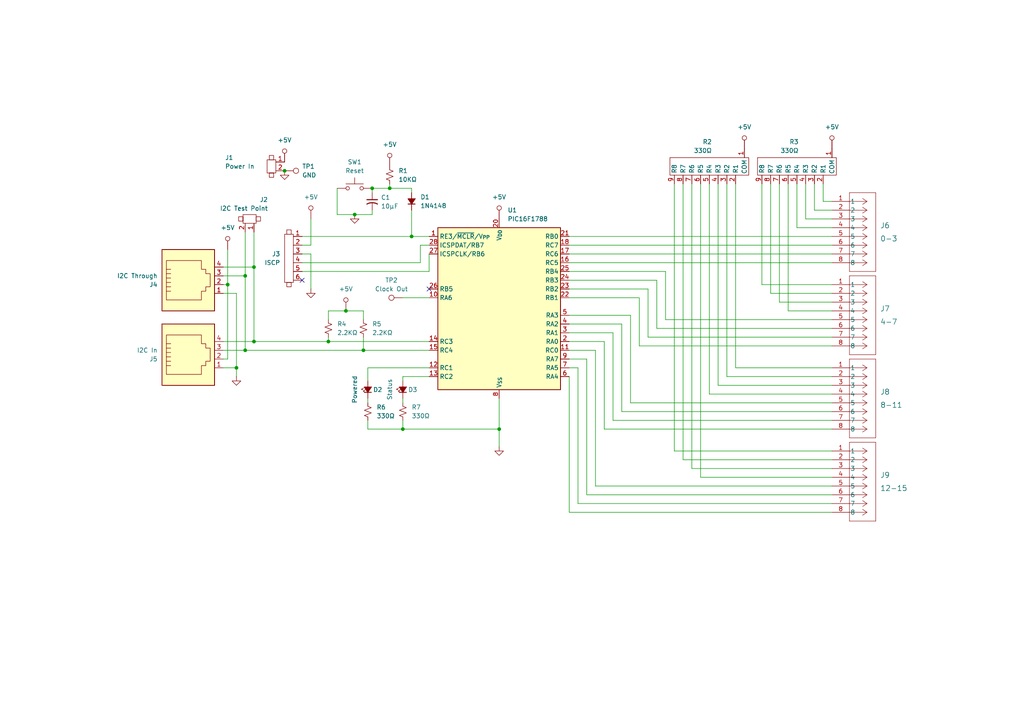
<source format=kicad_sch>
(kicad_sch (version 20250114) (generator "eeschema") (generator_version "9.0")
  (paper "A4")
  (lib_symbols
    (symbol "2_JB_Custom_sym:8PinMolexConn" (pin_names (offset 0.254))
      (property "Reference" "J" (at 8.89 6.35 0))
      (property "Value" "8PinMolexConn" (at 0 0 0))
      (symbol "8PinMolexConn_1_1"
        (polyline (pts (xy 5.08 2.54) (xy 5.08 -20.32)) (stroke (width 0.127)))
        (polyline (pts (xy 5.08 -20.32) (xy 12.7 -20.32)) (stroke (width 0.127)))
        (polyline (pts (xy 10.16 0) (xy 5.08 0)) (stroke (width 0.127)))
        (polyline (pts (xy 10.16 0) (xy 8.89 0.8467)) (stroke (width 0.127)))
        (polyline (pts (xy 10.16 0) (xy 8.89 -0.8467)) (stroke (width 0.127)))
        (polyline (pts (xy 10.16 -2.54) (xy 5.08 -2.54)) (stroke (width 0.127)))
        (polyline (pts (xy 10.16 -2.54) (xy 8.89 -1.6933)) (stroke (width 0.127)))
        (polyline (pts (xy 10.16 -2.54) (xy 8.89 -3.3867)) (stroke (width 0.127)))
        (polyline (pts (xy 10.16 -5.08) (xy 5.08 -5.08)) (stroke (width 0.127)))
        (polyline (pts (xy 10.16 -5.08) (xy 8.89 -4.2333)) (stroke (width 0.127)))
        (polyline (pts (xy 10.16 -5.08) (xy 8.89 -5.9267)) (stroke (width 0.127)))
        (polyline (pts (xy 10.16 -7.62) (xy 5.08 -7.62)) (stroke (width 0.127)))
        (polyline (pts (xy 10.16 -7.62) (xy 8.89 -6.7733)) (stroke (width 0.127)))
        (polyline (pts (xy 10.16 -7.62) (xy 8.89 -8.4667)) (stroke (width 0.127)))
        (polyline (pts (xy 10.16 -10.16) (xy 5.08 -10.16)) (stroke (width 0.127)))
        (polyline (pts (xy 10.16 -10.16) (xy 8.89 -9.3133)) (stroke (width 0.127)))
        (polyline (pts (xy 10.16 -10.16) (xy 8.89 -11.0067)) (stroke (width 0.127)))
        (polyline (pts (xy 10.16 -12.7) (xy 5.08 -12.7)) (stroke (width 0.127)))
        (polyline (pts (xy 10.16 -12.7) (xy 8.89 -11.8533)) (stroke (width 0.127)))
        (polyline (pts (xy 10.16 -12.7) (xy 8.89 -13.5467)) (stroke (width 0.127)))
        (polyline (pts (xy 10.16 -15.24) (xy 5.08 -15.24)) (stroke (width 0.127)))
        (polyline (pts (xy 10.16 -15.24) (xy 8.89 -14.3933)) (stroke (width 0.127)))
        (polyline (pts (xy 10.16 -15.24) (xy 8.89 -16.0867)) (stroke (width 0.127)))
        (polyline (pts (xy 10.16 -17.78) (xy 5.08 -17.78)) (stroke (width 0.127)))
        (polyline (pts (xy 10.16 -17.78) (xy 8.89 -16.9333)) (stroke (width 0.127)))
        (polyline (pts (xy 10.16 -17.78) (xy 8.89 -18.6267)) (stroke (width 0.127)))
        (polyline (pts (xy 12.7 2.54) (xy 5.08 2.54)) (stroke (width 0.127)))
        (polyline (pts (xy 12.7 -20.32) (xy 12.7 2.54)) (stroke (width 0.127)))
        (pin unspecified line (at 0 0 0) (length 5.08) (name "1") (number "1"))
        (pin unspecified line (at 0 -2.54 0) (length 5.08) (name "2") (number "2"))
        (pin unspecified line (at 0 -5.08 0) (length 5.08) (name "3") (number "3"))
        (pin unspecified line (at 0 -7.62 0) (length 5.08) (name "4") (number "4"))
        (pin unspecified line (at 0 -10.16 0) (length 5.08) (name "5") (number "5"))
        (pin unspecified line (at 0 -12.7 0) (length 5.08) (name "6") (number "6"))
        (pin unspecified line (at 0 -15.24 0) (length 5.08) (name "7") (number "7"))
        (pin unspecified line (at 0 -17.78 0) (length 5.08) (name "8") (number "8"))
      )
      (symbol "8PinMolexConn_1_2"
        (polyline (pts (xy 5.08 2.54) (xy 5.08 -20.32)) (stroke (width 0.127)))
        (polyline (pts (xy 5.08 -20.32) (xy 12.7 -20.32)) (stroke (width 0.127)))
        (polyline (pts (xy 7.62 0) (xy 5.08 0)) (stroke (width 0.127)))
        (polyline (pts (xy 7.62 0) (xy 8.89 0.8467)) (stroke (width 0.127)))
        (polyline (pts (xy 7.62 0) (xy 8.89 -0.8467)) (stroke (width 0.127)))
        (polyline (pts (xy 7.62 -2.54) (xy 5.08 -2.54)) (stroke (width 0.127)))
        (polyline (pts (xy 7.62 -2.54) (xy 8.89 -1.6933)) (stroke (width 0.127)))
        (polyline (pts (xy 7.62 -2.54) (xy 8.89 -3.3867)) (stroke (width 0.127)))
        (polyline (pts (xy 7.62 -5.08) (xy 5.08 -5.08)) (stroke (width 0.127)))
        (polyline (pts (xy 7.62 -5.08) (xy 8.89 -4.2333)) (stroke (width 0.127)))
        (polyline (pts (xy 7.62 -5.08) (xy 8.89 -5.9267)) (stroke (width 0.127)))
        (polyline (pts (xy 7.62 -7.62) (xy 5.08 -7.62)) (stroke (width 0.127)))
        (polyline (pts (xy 7.62 -7.62) (xy 8.89 -6.7733)) (stroke (width 0.127)))
        (polyline (pts (xy 7.62 -7.62) (xy 8.89 -8.4667)) (stroke (width 0.127)))
        (polyline (pts (xy 7.62 -10.16) (xy 5.08 -10.16)) (stroke (width 0.127)))
        (polyline (pts (xy 7.62 -10.16) (xy 8.89 -9.3133)) (stroke (width 0.127)))
        (polyline (pts (xy 7.62 -10.16) (xy 8.89 -11.0067)) (stroke (width 0.127)))
        (polyline (pts (xy 7.62 -12.7) (xy 5.08 -12.7)) (stroke (width 0.127)))
        (polyline (pts (xy 7.62 -12.7) (xy 8.89 -11.8533)) (stroke (width 0.127)))
        (polyline (pts (xy 7.62 -12.7) (xy 8.89 -13.5467)) (stroke (width 0.127)))
        (polyline (pts (xy 7.62 -15.24) (xy 5.08 -15.24)) (stroke (width 0.127)))
        (polyline (pts (xy 7.62 -15.24) (xy 8.89 -14.3933)) (stroke (width 0.127)))
        (polyline (pts (xy 7.62 -15.24) (xy 8.89 -16.0867)) (stroke (width 0.127)))
        (polyline (pts (xy 7.62 -17.78) (xy 5.08 -17.78)) (stroke (width 0.127)))
        (polyline (pts (xy 7.62 -17.78) (xy 8.89 -16.9333)) (stroke (width 0.127)))
        (polyline (pts (xy 7.62 -17.78) (xy 8.89 -18.6267)) (stroke (width 0.127)))
        (polyline (pts (xy 12.7 2.54) (xy 5.08 2.54)) (stroke (width 0.127)))
        (polyline (pts (xy 12.7 -20.32) (xy 12.7 2.54)) (stroke (width 0.127)))
        (pin unspecified line (at 0 0 0) (length 5.08) (name "1") (number "1"))
        (pin unspecified line (at 0 -2.54 0) (length 5.08) (name "2") (number "2"))
        (pin unspecified line (at 0 -5.08 0) (length 5.08) (name "3") (number "3"))
        (pin unspecified line (at 0 -7.62 0) (length 5.08) (name "4") (number "4"))
        (pin unspecified line (at 0 -10.16 0) (length 5.08) (name "5") (number "5"))
        (pin unspecified line (at 0 -12.7 0) (length 5.08) (name "6") (number "6"))
        (pin unspecified line (at 0 -15.24 0) (length 5.08) (name "7") (number "7"))
        (pin unspecified line (at 0 -17.78 0) (length 5.08) (name "8") (number "8"))
      )
    )
    (symbol "2_JB_Custom_sym:In-Line-R-Pack"
      (property "Reference" "R" (at 7.62 -9.144 0))
      (symbol "In-Line-R-Pack_0_1"
        (rectangle (start -3.81 -2.54) (end 19.05 -7.62))
      )
      (symbol "In-Line-R-Pack_1_1"
        (pin input line (at -2.54 -10.16 90) (length 2.54) (name "COM") (number "1"))
        (pin output line (at 0 0 270) (length 2.54) (name "R1") (number "2"))
        (pin output line (at 2.54 0 270) (length 2.54) (name "R2") (number "3"))
        (pin output line (at 5.08 0 270) (length 2.54) (name "R3") (number "4"))
        (pin output line (at 7.62 0 270) (length 2.54) (name "R4") (number "5"))
        (pin output line (at 10.16 0 270) (length 2.54) (name "R5") (number "6"))
        (pin output line (at 12.7 0 270) (length 2.54) (name "R6") (number "7"))
        (pin output line (at 15.24 0 270) (length 2.54) (name "R7") (number "8"))
        (pin output line (at 17.78 0 270) (length 2.54) (name "R8") (number "9"))
      )
    )
    (symbol "2_JB_Custom_sym:Jumper_2_Pin"
      (property "Reference" "J" (at 0 13.208 0))
      (symbol "Jumper_2_Pin_0_1"
        (rectangle (start -1.27 9.525) (end 1.27 5.715))
        (rectangle (start -0.635 10.795) (end 0.635 9.525))
        (rectangle (start -0.635 5.715) (end 0.635 5.715))
        (rectangle (start 0.635 4.445) (end -0.635 5.715))
      )
      (symbol "Jumper_2_Pin_1_1"
        (pin passive line (at -3.81 8.89 0) (length 2.54) (name "~") (number "1"))
        (pin passive line (at -3.81 6.35 0) (length 2.54) (name "~") (number "2"))
      )
    )
    (symbol "2_JB_Custom_sym:Jumper_6_Pin"
      (property "Reference" "J" (at 0 0 0))
      (symbol "Jumper_6_Pin_0_1"
        (rectangle (start 0 -3.175) (end 2.54 -17.145))
        (rectangle (start 0.635 -1.905) (end 1.905 -3.175))
        (rectangle (start 0.635 -17.145) (end 1.905 -18.415))
      )
      (symbol "Jumper_6_Pin_1_1"
        (pin passive line (at -2.54 -3.81 0) (length 2.54) (name "~") (number "1"))
        (pin passive line (at -2.54 -6.35 0) (length 2.54) (name "~") (number "2"))
        (pin passive line (at -2.54 -8.89 0) (length 2.54) (name "~") (number "3"))
        (pin passive line (at -2.54 -11.43 0) (length 2.54) (name "~") (number "4"))
        (pin passive line (at -2.54 -13.97 0) (length 2.54) (name "~") (number "5"))
        (pin passive line (at -2.54 -16.51 0) (length 2.54) (name "~") (number "6"))
      )
    )
    (symbol "2_JB_Custom_sym:VCC"
      (property "Value" "+5V" (at 0 5.588 0))
      (symbol "VCC_0_1"
        (circle (center 0 3.175) (radius 0.635))
      )
      (symbol "VCC_1_1"
        (pin power_in line (at 0 0 90) (length 2.54) (name "~") (number ""))
      )
    )
    (symbol "Connector:TestPoint" (pin_numbers (hide yes)) (pin_names (offset 0.762) (hide yes))
      (property "Reference" "TP" (at 0 6.858 0))
      (property "Value" "TestPoint" (at 0 5.08 0))
      (symbol "TestPoint_0_1"
        (circle (center 0 3.302) (radius 0.762))
      )
      (symbol "TestPoint_1_1"
        (pin passive line (at 0 0 90) (length 2.54) (name "1") (number "1"))
      )
    )
    (symbol "Device:C_Small_US" (pin_numbers (hide yes)) (pin_names (offset 0.254) (hide yes))
      (property "Reference" "C" (at 0.254 1.778 0))
      (property "Value" "C_Small_US" (at 0.254 -2.032 0))
      (symbol "C_Small_US_0_1"
        (polyline (pts (xy -1.524 0.508) (xy 1.524 0.508)) (stroke (width 0.3048)))
        (arc (start -1.524 -0.762) (mid 0 -0.3734) (end 1.524 -0.762) (stroke (width 0.3048)))
      )
      (symbol "C_Small_US_1_1"
        (pin passive line (at 0 2.54 270) (length 2.032) (name "~") (number "1"))
        (pin passive line (at 0 -2.54 90) (length 2.032) (name "~") (number "2"))
      )
    )
    (symbol "Device:D_Small_Filled" (pin_numbers (hide yes)) (pin_names (offset 0.254) (hide yes))
      (property "Reference" "D" (at -1.27 2.032 0))
      (property "Value" "D_Small_Filled" (at -3.81 -2.032 0))
      (symbol "D_Small_Filled_0_1"
        (polyline (pts (xy -0.762 0) (xy 0.762 0)))
        (polyline (pts (xy -0.762 -1.016) (xy -0.762 1.016)) (stroke (width 0.254)))
        (polyline (pts (xy 0.762 -1.016) (xy -0.762 0) (xy 0.762 1.016) (xy 0.762 -1.016)) (stroke (width 0.254)) (fill (type outline)))
      )
      (symbol "D_Small_Filled_1_1"
        (pin passive line (at -2.54 0 0) (length 1.778) (name "K") (number "1"))
        (pin passive line (at 2.54 0 180) (length 1.778) (name "A") (number "2"))
      )
    )
    (symbol "Device:LED_Small_Filled" (pin_numbers (hide yes)) (pin_names (offset 0.254) (hide yes))
      (property "Reference" "D" (at -1.27 3.175 0))
      (property "Value" "LED_Small_Filled" (at -4.445 -2.54 0))
      (symbol "LED_Small_Filled_0_1"
        (polyline (pts (xy -0.762 -1.016) (xy -0.762 1.016)) (stroke (width 0.254)))
        (polyline (pts (xy 0 0.762) (xy -0.508 1.27) (xy -0.254 1.27) (xy -0.508 1.27) (xy -0.508 1.016)))
        (polyline (pts (xy 0.508 1.27) (xy 0 1.778) (xy 0.254 1.778) (xy 0 1.778) (xy 0 1.524)))
        (polyline (pts (xy 0.762 -1.016) (xy -0.762 0) (xy 0.762 1.016) (xy 0.762 -1.016)) (stroke (width 0.254)) (fill (type outline)))
        (polyline (pts (xy 1.016 0) (xy -0.762 0)))
      )
      (symbol "LED_Small_Filled_1_1"
        (pin passive line (at -2.54 0 0) (length 1.778) (name "K") (number "1"))
        (pin passive line (at 2.54 0 180) (length 1.778) (name "A") (number "2"))
      )
    )
    (symbol "Device:R_Small_US" (pin_numbers (hide yes)) (pin_names (offset 0.254) (hide yes))
      (property "Reference" "R" (at 0.762 0.508 0))
      (property "Value" "R_Small_US" (at 0.762 -1.016 0))
      (symbol "R_Small_US_1_1"
        (polyline (pts (xy 0 1.524) (xy 1.016 1.143) (xy 0 0.762) (xy -1.016 0.381) (xy 0 0)))
        (polyline (pts (xy 0 0) (xy 1.016 -0.381) (xy 0 -0.762) (xy -1.016 -1.143) (xy 0 -1.524)))
        (pin passive line (at 0 2.54 270) (length 1.016) (name "~") (number "1"))
        (pin passive line (at 0 -2.54 90) (length 1.016) (name "~") (number "2"))
      )
    )
    (symbol "MCU_Microchip_PIC16:PIC16F1786-xML"
      (property "Reference" "U1" (at 2.4463 27.94 0))
      (property "Value" "PIC16F1788" (at 2.4463 25.4 0))
      (symbol "PIC16F1786-xML_0_1"
        (rectangle (start -17.78 22.86) (end 17.78 -24.13) (stroke (width 0.254)) (fill (type background)))
      )
      (symbol "PIC16F1786-xML_1_1"
        (pin input line (at -20.32 20.32 0) (length 2.54) (name "RE3/~{MCLR}/V_{PP}") (number "1"))
        (pin bidirectional line (at -20.32 17.78 0) (length 2.54) (name "ICSPDAT/RB7") (number "28"))
        (pin bidirectional line (at -20.32 15.24 0) (length 2.54) (name "ICSPCLK/RB6") (number "27"))
        (pin bidirectional line (at -20.32 5.08 0) (length 2.54) (name "RB5") (number "26"))
        (pin bidirectional line (at -20.32 2.54 0) (length 2.54) (name "RA6") (number "10"))
        (pin bidirectional line (at -20.32 -10.16 0) (length 2.54) (name "RC3") (number "14"))
        (pin bidirectional line (at -20.32 -12.7 0) (length 2.54) (name "RC4") (number "15"))
        (pin bidirectional line (at -20.32 -17.78 0) (length 2.54) (name "RC1") (number "12"))
        (pin bidirectional line (at -20.32 -20.32 0) (length 2.54) (name "RC2") (number "13"))
        (pin power_in line (at 0 25.4 270) (length 2.54) (name "V_{DD}") (number "20"))
        (pin passive line (at 0 -26.67 90) (length 2.54) (hide yes) (name "V_{SS}") (number "19"))
        (pin power_in line (at 0 -26.67 90) (length 2.54) (name "V_{SS}") (number "8"))
        (pin bidirectional line (at 20.32 20.32 180) (length 2.54) (name "RB0") (number "21"))
        (pin bidirectional line (at 20.32 17.78 180) (length 2.54) (name "RC7") (number "18"))
        (pin bidirectional line (at 20.32 15.24 180) (length 2.54) (name "RC6") (number "17"))
        (pin bidirectional line (at 20.32 12.7 180) (length 2.54) (name "RC5") (number "16"))
        (pin bidirectional line (at 20.32 10.16 180) (length 2.54) (name "RB4") (number "25"))
        (pin bidirectional line (at 20.32 7.62 180) (length 2.54) (name "RB3") (number "24"))
        (pin bidirectional line (at 20.32 5.08 180) (length 2.54) (name "RB2") (number "23"))
        (pin bidirectional line (at 20.32 2.54 180) (length 2.54) (name "RB1") (number "22"))
        (pin bidirectional line (at 20.32 -2.54 180) (length 2.54) (name "RA3") (number "5"))
        (pin bidirectional line (at 20.32 -5.08 180) (length 2.54) (name "RA2") (number "4"))
        (pin bidirectional line (at 20.32 -7.62 180) (length 2.54) (name "RA1") (number "3"))
        (pin bidirectional line (at 20.32 -10.16 180) (length 2.54) (name "RA0") (number "2"))
        (pin bidirectional line (at 20.32 -12.7 180) (length 2.54) (name "RC0") (number "11"))
        (pin bidirectional line (at 20.32 -15.24 180) (length 2.54) (name "RA7") (number "9"))
        (pin bidirectional line (at 20.32 -17.78 180) (length 2.54) (name "RA5") (number "7"))
        (pin bidirectional line (at 20.32 -20.32 180) (length 2.54) (name "RA4") (number "6"))
      )
    )
    (symbol "RJ11_2" (pin_names (offset 1.016))
      (property "Reference" "J4" (at -8.89 0 0))
      (property "Value" "I2C Through" (at -8.89 2.54 0))
      (symbol "RJ11_2_0_1"
        (polyline (pts (xy -6.35 3.175) (xy -5.08 3.175) (xy -5.08 3.175)))
        (polyline (pts (xy -6.35 1.905) (xy -5.08 1.905) (xy -5.08 1.905)))
        (polyline (pts (xy -6.35 0.635) (xy -5.08 0.635) (xy -5.08 0.635)))
        (polyline (pts (xy -6.35 -0.635) (xy -5.08 -0.635) (xy -5.08 -0.635)))
        (polyline (pts (xy -6.35 -1.905) (xy -5.08 -1.905) (xy -5.08 -1.905)))
        (polyline (pts (xy -6.35 -4.445) (xy -6.35 6.985) (xy 3.81 6.985) (xy 3.81 4.445) (xy 5.08 4.445) (xy 5.08 3.175) (xy 6.35 3.175) (xy 6.35 -0.635) (xy 5.08 -0.635) (xy 5.08 -1.905) (xy 3.81 -1.905) (xy 3.81 -4.445) (xy -6.35 -4.445) (xy -6.35 -4.445)))
        (polyline (pts (xy -5.08 4.445) (xy -6.35 4.445) (xy -6.35 4.445)))
        (rectangle (start 7.62 10.16) (end -7.62 -7.62) (stroke (width 0.254)) (fill (type background)))
      )
      (symbol "RJ11_2_1_1"
        (pin passive line (at 10.16 5.08 180) (length 2.54) (name "~") (number "4"))
        (pin passive line (at 10.16 2.54 180) (length 2.54) (name "~") (number "3"))
        (pin passive line (at 10.16 0 180) (length 2.54) (name "~") (number "2"))
        (pin passive line (at 10.16 -2.54 180) (length 2.54) (name "") (number "1"))
      )
    )
    (symbol "Switch:SW_Push" (pin_numbers (hide yes)) (pin_names (offset 1.016) (hide yes))
      (property "Reference" "SW" (at 1.27 2.54 0))
      (property "Value" "SW_Push" (at 0 -1.524 0))
      (symbol "SW_Push_0_1"
        (circle (center -2.032 0) (radius 0.508))
        (polyline (pts (xy 0 1.27) (xy 0 3.048)))
        (circle (center 2.032 0) (radius 0.508))
        (polyline (pts (xy 2.54 1.27) (xy -2.54 1.27)))
        (pin passive line (at -5.08 0 0) (length 2.54) (name "1") (number "1"))
        (pin passive line (at 5.08 0 180) (length 2.54) (name "2") (number "2"))
      )
    )
    (symbol "power:GND" (power) (pin_numbers (hide yes)) (pin_names (offset 0) (hide yes))
      (property "Value" "GND" (at 0 -3.81 0))
      (symbol "GND_0_1"
        (polyline (pts (xy 0 0) (xy 0 -1.27) (xy 1.27 -1.27) (xy 0 -2.54) (xy -1.27 -1.27) (xy 0 -1.27)))
      )
      (symbol "GND_1_1"
        (pin power_in line (at 0 0 270) (length 0) (name "~") (number "1"))
      )
    )
  )
  (junction (at 113.03 54.61))
  (junction (at 107.95 54.61))
  (junction (at 71.12 101.6))
  (junction (at 73.66 99.06))
  (junction (at 73.66 77.47))
  (junction (at 105.41 101.6))
  (junction (at 119.38 68.58))
  (junction (at 68.58 106.68))
  (junction (at 71.12 80.01))
  (junction (at 100.33 90.17))
  (junction (at 66.04 82.55))
  (junction (at 102.87 62.23))
  (junction (at 144.78 124.46))
  (junction (at 95.25 99.06))
  (junction (at 82.55 49.53))
  (junction (at 116.84 124.46))
  (no_connect (at 124.46 83.82))
  (no_connect (at 87.63 81.28))
  (wire (pts (xy 107.95 62.23) (xy 107.95 60.96)))
  (wire (pts (xy 241.3 58.42) (xy 238.76 58.42)))
  (wire (pts (xy 213.36 53.34) (xy 213.36 106.68)))
  (wire (pts (xy 236.22 53.34) (xy 236.22 60.96)))
  (wire (pts (xy 68.58 109.22) (xy 68.58 106.68)))
  (wire (pts (xy 116.84 116.84) (xy 116.84 115.57)))
  (wire (pts (xy 66.04 104.14) (xy 66.04 82.55)))
  (wire (pts (xy 106.68 124.46) (xy 116.84 124.46)))
  (wire (pts (xy 241.3 92.71) (xy 193.04 92.71)))
  (wire (pts (xy 116.84 121.92) (xy 116.84 124.46)))
  (wire (pts (xy 95.25 97.79) (xy 95.25 99.06)))
  (wire (pts (xy 68.58 85.09) (xy 68.58 106.68)))
  (wire (pts (xy 90.17 83.82) (xy 90.17 73.66)))
  (wire (pts (xy 97.79 54.61) (xy 97.79 62.23)))
  (wire (pts (xy 124.46 106.68) (xy 106.68 106.68)))
  (wire (pts (xy 106.68 121.92) (xy 106.68 124.46)))
  (wire (pts (xy 182.88 116.84) (xy 182.88 91.44)))
  (wire (pts (xy 198.12 133.35) (xy 241.3 133.35)))
  (wire (pts (xy 165.1 76.2) (xy 241.3 76.2)))
  (wire (pts (xy 205.74 114.3) (xy 241.3 114.3)))
  (wire (pts (xy 105.41 92.71) (xy 105.41 90.17)))
  (wire (pts (xy 116.84 109.22) (xy 124.46 109.22)))
  (wire (pts (xy 187.96 83.82) (xy 165.1 83.82)))
  (wire (pts (xy 182.88 91.44) (xy 165.1 91.44)))
  (wire (pts (xy 231.14 53.34) (xy 231.14 66.04)))
  (wire (pts (xy 228.6 90.17) (xy 228.6 53.34)))
  (wire (pts (xy 172.72 101.6) (xy 165.1 101.6)))
  (wire (pts (xy 73.66 77.47) (xy 73.66 99.06)))
  (wire (pts (xy 200.66 135.89) (xy 200.66 53.34)))
  (wire (pts (xy 231.14 66.04) (xy 241.3 66.04)))
  (wire (pts (xy 193.04 78.74) (xy 165.1 78.74)))
  (wire (pts (xy 185.42 86.36) (xy 165.1 86.36)))
  (wire (pts (xy 203.2 138.43) (xy 241.3 138.43)))
  (wire (pts (xy 68.58 106.68) (xy 64.77 106.68)))
  (wire (pts (xy 71.12 80.01) (xy 71.12 101.6)))
  (wire (pts (xy 187.96 83.82) (xy 187.96 97.79)))
  (wire (pts (xy 102.87 62.23) (xy 107.95 62.23)))
  (wire (pts (xy 64.77 104.14) (xy 66.04 104.14)))
  (wire (pts (xy 165.1 99.06) (xy 175.26 99.06)))
  (wire (pts (xy 119.38 54.61) (xy 113.03 54.61)))
  (wire (pts (xy 165.1 109.22) (xy 165.1 148.59)))
  (wire (pts (xy 73.66 99.06) (xy 95.25 99.06)))
  (wire (pts (xy 195.58 130.81) (xy 195.58 53.34)))
  (wire (pts (xy 165.1 148.59) (xy 241.3 148.59)))
  (wire (pts (xy 95.25 92.71) (xy 95.25 90.17)))
  (wire (pts (xy 116.84 86.36) (xy 124.46 86.36)))
  (wire (pts (xy 226.06 87.63) (xy 241.3 87.63)))
  (wire (pts (xy 165.1 71.12) (xy 241.3 71.12)))
  (wire (pts (xy 124.46 71.12) (xy 121.92 71.12)))
  (wire (pts (xy 106.68 116.84) (xy 106.68 115.57)))
  (wire (pts (xy 90.17 71.12) (xy 87.63 71.12)))
  (wire (pts (xy 185.42 86.36) (xy 185.42 100.33)))
  (wire (pts (xy 241.3 90.17) (xy 228.6 90.17)))
  (wire (pts (xy 170.18 143.51) (xy 241.3 143.51)))
  (wire (pts (xy 208.28 111.76) (xy 208.28 53.34)))
  (wire (pts (xy 175.26 124.46) (xy 241.3 124.46)))
  (wire (pts (xy 64.77 101.6) (xy 71.12 101.6)))
  (wire (pts (xy 220.98 53.34) (xy 220.98 82.55)))
  (wire (pts (xy 87.63 78.74) (xy 124.46 78.74)))
  (wire (pts (xy 64.77 77.47) (xy 73.66 77.47)))
  (wire (pts (xy 241.3 146.05) (xy 167.64 146.05)))
  (wire (pts (xy 205.74 53.34) (xy 205.74 114.3)))
  (wire (pts (xy 121.92 76.2) (xy 87.63 76.2)))
  (wire (pts (xy 105.41 90.17) (xy 100.33 90.17)))
  (wire (pts (xy 64.77 85.09) (xy 68.58 85.09)))
  (wire (pts (xy 185.42 100.33) (xy 241.3 100.33)))
  (wire (pts (xy 71.12 101.6) (xy 105.41 101.6)))
  (wire (pts (xy 119.38 55.88) (xy 119.38 54.61)))
  (wire (pts (xy 190.5 95.25) (xy 241.3 95.25)))
  (wire (pts (xy 97.79 62.23) (xy 102.87 62.23)))
  (wire (pts (xy 172.72 101.6) (xy 172.72 140.97)))
  (wire (pts (xy 144.78 124.46) (xy 144.78 115.57)))
  (wire (pts (xy 87.63 68.58) (xy 119.38 68.58)))
  (wire (pts (xy 241.3 97.79) (xy 187.96 97.79)))
  (wire (pts (xy 167.64 106.68) (xy 167.64 146.05)))
  (wire (pts (xy 90.17 73.66) (xy 87.63 73.66)))
  (wire (pts (xy 119.38 68.58) (xy 124.46 68.58)))
  (wire (pts (xy 105.41 101.6) (xy 124.46 101.6)))
  (wire (pts (xy 170.18 104.14) (xy 165.1 104.14)))
  (wire (pts (xy 198.12 53.34) (xy 198.12 133.35)))
  (wire (pts (xy 64.77 80.01) (xy 71.12 80.01)))
  (wire (pts (xy 107.95 54.61) (xy 113.03 54.61)))
  (wire (pts (xy 241.3 109.22) (xy 210.82 109.22)))
  (wire (pts (xy 165.1 73.66) (xy 241.3 73.66)))
  (wire (pts (xy 177.8 96.52) (xy 165.1 96.52)))
  (wire (pts (xy 241.3 63.5) (xy 233.68 63.5)))
  (wire (pts (xy 236.22 60.96) (xy 241.3 60.96)))
  (wire (pts (xy 233.68 63.5) (xy 233.68 53.34)))
  (wire (pts (xy 105.41 97.79) (xy 105.41 101.6)))
  (wire (pts (xy 95.25 99.06) (xy 124.46 99.06)))
  (wire (pts (xy 107.95 54.61) (xy 107.95 55.88)))
  (wire (pts (xy 175.26 99.06) (xy 175.26 124.46)))
  (wire (pts (xy 73.66 67.31) (xy 73.66 77.47)))
  (wire (pts (xy 121.92 71.12) (xy 121.92 76.2)))
  (wire (pts (xy 193.04 92.71) (xy 193.04 78.74)))
  (wire (pts (xy 238.76 58.42) (xy 238.76 53.34)))
  (wire (pts (xy 71.12 67.31) (xy 71.12 80.01)))
  (wire (pts (xy 241.3 116.84) (xy 182.88 116.84)))
  (wire (pts (xy 165.1 68.58) (xy 241.3 68.58)))
  (wire (pts (xy 241.3 135.89) (xy 200.66 135.89)))
  (wire (pts (xy 210.82 53.34) (xy 210.82 109.22)))
  (wire (pts (xy 177.8 121.92) (xy 177.8 96.52)))
  (wire (pts (xy 66.04 82.55) (xy 64.77 82.55)))
  (wire (pts (xy 124.46 78.74) (xy 124.46 73.66)))
  (wire (pts (xy 165.1 81.28) (xy 190.5 81.28)))
  (wire (pts (xy 119.38 60.96) (xy 119.38 68.58)))
  (wire (pts (xy 90.17 63.5) (xy 90.17 71.12)))
  (wire (pts (xy 220.98 82.55) (xy 241.3 82.55)))
  (wire (pts (xy 180.34 119.38) (xy 241.3 119.38)))
  (wire (pts (xy 113.03 53.34) (xy 113.03 54.61)))
  (wire (pts (xy 241.3 121.92) (xy 177.8 121.92)))
  (wire (pts (xy 190.5 81.28) (xy 190.5 95.25)))
  (wire (pts (xy 106.68 106.68) (xy 106.68 110.49)))
  (wire (pts (xy 116.84 124.46) (xy 144.78 124.46)))
  (wire (pts (xy 203.2 53.34) (xy 203.2 138.43)))
  (wire (pts (xy 165.1 93.98) (xy 180.34 93.98)))
  (wire (pts (xy 64.77 99.06) (xy 73.66 99.06)))
  (wire (pts (xy 241.3 130.81) (xy 195.58 130.81)))
  (wire (pts (xy 223.52 85.09) (xy 223.52 53.34)))
  (wire (pts (xy 66.04 72.39) (xy 66.04 82.55)))
  (wire (pts (xy 95.25 90.17) (xy 100.33 90.17)))
  (wire (pts (xy 241.3 85.09) (xy 223.52 85.09)))
  (wire (pts (xy 208.28 111.76) (xy 241.3 111.76)))
  (wire (pts (xy 213.36 106.68) (xy 241.3 106.68)))
  (wire (pts (xy 180.34 93.98) (xy 180.34 119.38)))
  (wire (pts (xy 226.06 53.34) (xy 226.06 87.63)))
  (wire (pts (xy 167.64 106.68) (xy 165.1 106.68)))
  (wire (pts (xy 170.18 104.14) (xy 170.18 143.51)))
  (wire (pts (xy 241.3 140.97) (xy 172.72 140.97)))
  (wire (pts (xy 116.84 109.22) (xy 116.84 110.49)))
  (wire (pts (xy 144.78 129.54) (xy 144.78 124.46)))
  (symbol (lib_id "Connector:TestPoint") (at 116.84 86.36 90) (unit 1)
    (property "Reference" "TP2" (at 113.538 81.28 90))
    (property "Value" "Clock Out" (at 113.538 83.82 90))
    (property "Footprint" "2JB_Footprints:1X1_100mil_Header" (effects (hide yes)))
    (property "Description" "test point" (effects (hide yes)))
  )
  (symbol (lib_id "Device:R_Small_US") (at 116.84 119.38 0) (unit 1)
    (property "Reference" "R7" (at 119.38 118.11 0) (effects (justify left)))
    (property "Value" "330Ω" (at 119.38 120.65 0) (effects (justify left)))
    (property "Footprint" "2JB_Footprints:C_0805" (effects (hide yes)))
    (property "Description" "Resistor, small US symbol" (effects (hide yes)))
  )
  (symbol (lib_id "Device:R_Small_US") (at 113.03 50.8 0) (unit 1)
    (property "Reference" "R1" (at 115.57 49.53 0) (effects (justify left)))
    (property "Value" "10KΩ" (at 115.57 52.07 0) (effects (justify left)))
    (property "Footprint" "2JB_Footprints:C_0805" (effects (hide yes)))
    (property "Description" "Resistor, small US symbol" (effects (hide yes)))
  )
  (symbol (lib_id "Connector:TestPoint") (at 82.55 49.53 270) (unit 1)
    (property "Reference" "TP1" (at 87.63 48.26 90) (effects (justify left)))
    (property "Value" "GND" (at 87.63 50.8 90) (effects (justify left)))
    (property "Footprint" "2JB_Footprints:1X1_100mil_Header" (effects (hide yes)))
    (property "Description" "test point" (effects (hide yes)))
  )
  (symbol (lib_id "power:GND") (at 102.87 62.23 0) (mirror y) (unit 1)
    (property "Reference" "#PWR013" (effects (hide yes)))
    (property "Value" "GND" (effects (hide yes)))
    (property "Description" "Power symbol creates a global label with name \"GND\" , ground" (effects (hide yes)))
  )
  (symbol (lib_id "Device:D_Small_Filled") (at 119.38 58.42 90) (unit 1)
    (property "Reference" "D1" (at 121.92 57.15 90) (effects (justify right)))
    (property "Value" "1N4148" (at 121.92 59.69 90) (effects (justify right)))
    (property "Footprint" "2JB_Footprints:D_0805" (effects (hide yes)))
    (property "Description" "Diode, small symbol, filled shape" (effects (hide yes)))
    (property "Sim.Device" "D" (effects (hide yes)))
    (property "Sim.Pins" "1=K 2=A" (effects (hide yes)))
  )
  (symbol (lib_name "RJ11_2") (lib_id "Connector:RJ11") (at 54.61 82.55 0) (unit 1)
    (property "Reference" "J4" (at 45.72 82.55 0) (effects (justify right)))
    (property "Value" "I2C Through" (at 45.72 80.01 0) (effects (justify right)))
    (property "Footprint" "2JB_Footprints:RJ11" (effects (hide yes)))
    (property "Description" "RJ connector, 6P4C (6 positions 4 connected)" (effects (hide yes)))
  )
  (symbol (lib_id "2_JB_Custom_sym:VCC") (at 113.03 48.26 0) (unit 1)
    (property "Reference" "#PWR3" (effects (hide yes)))
    (property "Value" "+5V" (at 113.03 41.91 0))
  )
  (symbol (lib_id "2_JB_Custom_sym:VCC") (at 66.04 72.39 0) (mirror y) (unit 1)
    (property "Reference" "#PWR8" (effects (hide yes)))
    (property "Value" "+5V" (at 66.04 66.04 0))
  )
  (symbol (lib_id "Device:R_Small_US") (at 105.41 95.25 0) (unit 1)
    (property "Reference" "R5" (at 107.95 93.98 0) (effects (justify left)))
    (property "Value" "2.2KΩ" (at 107.95 96.52 0) (effects (justify left)))
    (property "Footprint" "2JB_Footprints:C_0805" (effects (hide yes)))
    (property "Description" "Resistor, small US symbol" (effects (hide yes)))
  )
  (symbol (lib_id "2_JB_Custom_sym:In-Line-R-Pack") (at 238.76 53.34 180) (unit 1)
    (property "Reference" "R3" (at 231.648 41.148 0) (effects (justify left)))
    (property "Value" "330Ω" (at 231.648 43.688 0) (effects (justify left)))
    (property "Footprint" "2JB_Footprints:1x9_100mil_Header" (effects (hide yes)))
  )
  (symbol (lib_id "2_JB_Custom_sym:8PinMolexConn") (at 241.3 130.81 0) (unit 1)
    (property "Reference" "J9" (at 255.27 137.7949 0) (effects (font (size 1.524 1.524)) (justify left)))
    (property "Value" "12-15" (at 255.27 141.6049 0) (effects (font (size 1.524 1.524)) (justify left)))
    (property "Footprint" "2JB_Footprints:8PinMolex_3.00mmPitch" (effects (hide yes)))
    (property "Datasheet" "https://www.molex.com/en-us/products/part-detail-pdf/430450810?display=pdf" (effects (hide yes)))
  )
  (symbol (lib_id "Device:R_Small_US") (at 95.25 95.25 0) (unit 1)
    (property "Reference" "R4" (at 97.79 93.98 0) (effects (justify left)))
    (property "Value" "2.2KΩ" (at 97.79 96.52 0) (effects (justify left)))
    (property "Footprint" "2JB_Footprints:C_0805" (effects (hide yes)))
    (property "Description" "Resistor, small US symbol" (effects (hide yes)))
  )
  (symbol (lib_id "power:GND") (at 82.55 49.53 0) (mirror y) (unit 1)
    (property "Reference" "#PWR02" (effects (hide yes)))
    (property "Value" "GND" (effects (hide yes)))
    (property "Description" "Power symbol creates a global label with name \"GND\" , ground" (effects (hide yes)))
  )
  (symbol (lib_id "2_JB_Custom_sym:Jumper_2_Pin") (at 64.77 63.5 270) (mirror x) (unit 1)
    (property "Reference" "J2" (at 77.724 57.912 90) (effects (justify right)))
    (property "Value" "I2C Test Point" (at 77.724 60.452 90) (effects (justify right)))
    (property "Footprint" "2JB_Footprints:1X2_100mil_Header" (effects (hide yes)))
    (property "Description" "2 Pin Jumper" (effects (hide yes)))
  )
  (symbol (lib_id "2_JB_Custom_sym:VCC") (at 82.55 46.99 0) (unit 1)
    (property "Reference" "#PWR1" (effects (hide yes)))
    (property "Value" "+5V" (at 82.55 40.64 0))
  )
  (symbol (lib_id "2_JB_Custom_sym:VCC") (at 90.17 63.5 0) (unit 1)
    (property "Reference" "#PWR6" (effects (hide yes)))
    (property "Value" "+5V" (at 90.17 57.15 0))
  )
  (symbol (lib_id "2_JB_Custom_sym:Jumper_6_Pin") (at 85.09 64.77 0) (mirror y) (unit 1)
    (property "Reference" "J3" (at 81.28 73.66 0) (effects (justify left)))
    (property "Value" "ISCP" (at 81.28 76.2 0) (effects (justify left)))
    (property "Footprint" "2JB_Footprints:1X6_100mil_Header" (effects (hide yes)))
    (property "Description" "6 Pin Jumper/Header" (effects (hide yes)))
  )
  (symbol (lib_id "2_JB_Custom_sym:8PinMolexConn") (at 241.3 58.42 0) (unit 1)
    (property "Reference" "J6" (at 255.27 65.4049 0) (effects (font (size 1.524 1.524)) (justify left)))
    (property "Value" "0-3" (at 255.27 69.2149 0) (effects (font (size 1.524 1.524)) (justify left)))
    (property "Footprint" "2JB_Footprints:8PinMolex_3.00mmPitch" (effects (hide yes)))
    (property "Datasheet" "https://www.molex.com/en-us/products/part-detail-pdf/430450810?display=pdf" (effects (hide yes)))
  )
  (symbol (lib_id "Device:LED_Small_Filled") (at 116.84 113.03 90) (unit 1)
    (property "Reference" "D3" (at 118.364 113.03 90) (effects (justify right)))
    (property "Value" "Status" (at 113.03 112.9665 0))
    (property "Footprint" "2JB_Footprints:D_0805" (effects (hide yes)))
    (property "Description" "Light emitting diode, small symbol, filled shape" (effects (hide yes)))
    (property "Sim.Pins" "1=K 2=A" (effects (hide yes)))
  )
  (symbol (lib_id "power:GND") (at 144.78 129.54 0) (unit 1)
    (property "Reference" "#PWR012" (effects (hide yes)))
    (property "Value" "GND" (effects (hide yes)))
    (property "Description" "Power symbol creates a global label with name \"GND\" , ground" (effects (hide yes)))
  )
  (symbol (lib_id "power:GND") (at 68.58 109.22 0) (mirror y) (unit 1)
    (property "Reference" "#PWR011" (effects (hide yes)))
    (property "Value" "GND" (effects (hide yes)))
    (property "Description" "Power symbol creates a global label with name \"GND\" , ground" (effects (hide yes)))
  )
  (symbol (lib_id "2_JB_Custom_sym:8PinMolexConn") (at 241.3 106.68 0) (unit 1)
    (property "Reference" "J8" (at 255.27 113.6649 0) (effects (font (size 1.524 1.524)) (justify left)))
    (property "Value" "8-11" (at 255.27 117.4749 0) (effects (font (size 1.524 1.524)) (justify left)))
    (property "Footprint" "2JB_Footprints:8PinMolex_3.00mmPitch" (effects (hide yes)))
    (property "Datasheet" "https://www.molex.com/en-us/products/part-detail-pdf/430450810?display=pdf" (effects (hide yes)))
  )
  (symbol (lib_name "RJ11_2") (lib_id "Connector:RJ11") (at 54.61 104.14 0) (unit 1)
    (property "Reference" "J5" (at 45.72 104.14 0) (effects (justify right)))
    (property "Value" "I2C In" (at 45.72 101.6 0) (effects (justify right)))
    (property "Footprint" "2JB_Footprints:RJ11" (effects (hide yes)))
    (property "Description" "RJ connector, 6P4C (6 positions 4 connected)" (effects (hide yes)))
  )
  (symbol (lib_id "Device:R_Small_US") (at 106.68 119.38 0) (unit 1)
    (property "Reference" "R6" (at 109.22 118.11 0) (effects (justify left)))
    (property "Value" "330Ω" (at 109.22 120.65 0) (effects (justify left)))
    (property "Footprint" "2JB_Footprints:C_0805" (effects (hide yes)))
    (property "Description" "Resistor, small US symbol" (effects (hide yes)))
  )
  (symbol (lib_id "Device:C_Small_US") (at 107.95 58.42 0) (unit 1)
    (property "Reference" "C1" (at 110.49 57.277 0) (effects (justify left)))
    (property "Value" "10µF" (at 110.49 59.817 0) (effects (justify left)))
    (property "Footprint" "Capacitor_THT:C_Radial_D6.3mm_H11.0mm_P2.50mm" (effects (hide yes)))
    (property "Description" "capacitor, small US symbol" (effects (hide yes)))
  )
  (symbol (lib_id "2_JB_Custom_sym:In-Line-R-Pack") (at 213.36 53.34 180) (unit 1)
    (property "Reference" "R2" (at 206.502 41.148 0) (effects (justify left)))
    (property "Value" "330Ω" (at 206.502 43.688 0) (effects (justify left)))
    (property "Footprint" "2JB_Footprints:1x9_100mil_Header" (effects (hide yes)))
  )
  (symbol (lib_id "MCU_Microchip_PIC16:PIC16F1786-xML") (at 144.78 88.9 0) (unit 1)
    (property "Reference" "U1" (at 147.2263 60.96 0) (effects (justify left)))
    (property "Value" "PIC16F1788" (at 147.2263 63.5 0) (effects (justify left)))
    (property "Footprint" "Package_DFN_QFN:QFN-28-1EP_6x6mm_P0.65mm_EP4.25x4.25mm" (effects (hide yes)))
    (property "Datasheet" "http://ww1.microchip.com/downloads/en/DeviceDoc/40001637C.pdf" (effects (hide yes)))
    (property "Description" "8-bit Flash MCU, 32MHz, 16KB Flash, 1KB RAM, 256B EEPROM, QFN-28" (effects (hide yes)))
  )
  (symbol (lib_id "2_JB_Custom_sym:8PinMolexConn") (at 241.3 82.55 0) (unit 1)
    (property "Reference" "J7" (at 255.27 89.5349 0) (effects (font (size 1.524 1.524)) (justify left)))
    (property "Value" "4-7" (at 255.27 93.3449 0) (effects (font (size 1.524 1.524)) (justify left)))
    (property "Footprint" "2JB_Footprints:8PinMolex_3.00mmPitch" (effects (hide yes)))
    (property "Datasheet" "https://www.molex.com/en-us/products/part-detail-pdf/430450810?display=pdf" (effects (hide yes)))
  )
  (symbol (lib_id "power:GND") (at 90.17 83.82 0) (unit 1)
    (property "Reference" "#PWR09" (effects (hide yes)))
    (property "Value" "GND" (effects (hide yes)))
    (property "Description" "Power symbol creates a global label with name \"GND\" , ground" (effects (hide yes)))
  )
  (symbol (lib_id "Device:LED_Small_Filled") (at 106.68 113.03 90) (unit 1)
    (property "Reference" "D2" (at 108.204 113.03 90) (effects (justify right)))
    (property "Value" "Powered" (at 102.87 112.9665 0))
    (property "Footprint" "2JB_Footprints:D_0805" (effects (hide yes)))
    (property "Description" "Light emitting diode, small symbol, filled shape" (effects (hide yes)))
    (property "Sim.Pins" "1=K 2=A" (effects (hide yes)))
  )
  (symbol (lib_id "Switch:SW_Push") (at 102.87 54.61 0) (unit 1)
    (property "Reference" "SW1" (at 102.87 46.99 0))
    (property "Value" "Reset" (at 102.87 49.53 0))
    (property "Footprint" "Button_Switch_THT:SW_TH_Tactile_Omron_B3F-100x" (effects (hide yes)))
    (property "Description" "Push button switch, generic, two pins" (effects (hide yes)))
  )
  (symbol (lib_id "2_JB_Custom_sym:VCC") (at 241.3 43.18 0) (unit 1)
    (property "Reference" "#PWR5" (effects (hide yes)))
    (property "Value" "+5V" (at 241.3 36.83 0))
  )
  (symbol (lib_id "2_JB_Custom_sym:Jumper_2_Pin") (at 78.74 55.88 0) (mirror y) (unit 1)
    (property "Reference" "J1" (at 65.278 45.72 0) (effects (justify right)))
    (property "Value" "Power In" (at 65.278 48.26 0) (effects (justify right)))
    (property "Footprint" "2JB_Footprints:2PinMolex" (effects (hide yes)))
    (property "Description" "2 Pin Jumper" (effects (hide yes)))
  )
  (symbol (lib_id "2_JB_Custom_sym:VCC") (at 100.33 90.17 0) (unit 1)
    (property "Reference" "#PWR10" (effects (hide yes)))
    (property "Value" "+5V" (at 100.33 83.82 0))
  )
  (symbol (lib_id "2_JB_Custom_sym:VCC") (at 215.9 43.18 0) (unit 1)
    (property "Reference" "#PWR4" (effects (hide yes)))
    (property "Value" "+5V" (at 215.9 36.83 0))
  )
  (symbol (lib_id "2_JB_Custom_sym:VCC") (at 144.78 63.5 0) (unit 1)
    (property "Reference" "#PWR7" (effects (hide yes)))
    (property "Value" "+5V" (at 144.78 57.15 0))
  )
)
</source>
